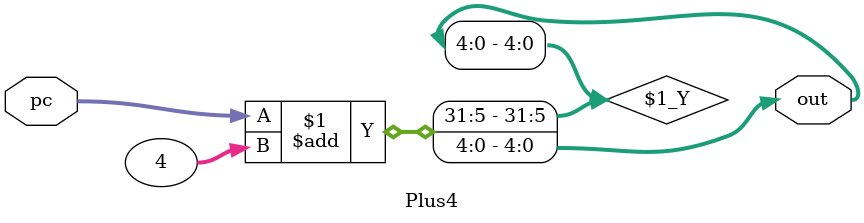
<source format=sv>
module Plus4 (
    input wire [4:0] pc,
    output [4:0] out        
);

assign out = pc+4;

endmodule

</source>
